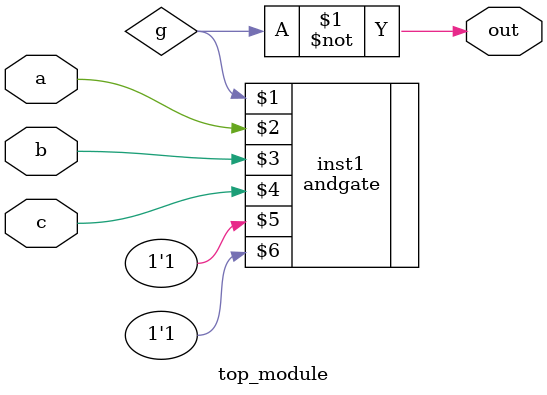
<source format=v>
module top_module (input a, input b, input c, output out);//
    wire g;
    andgate inst1(g, a, b, c, 1'b1, 1'b1);
    assign out = ~g;
endmodule

</source>
